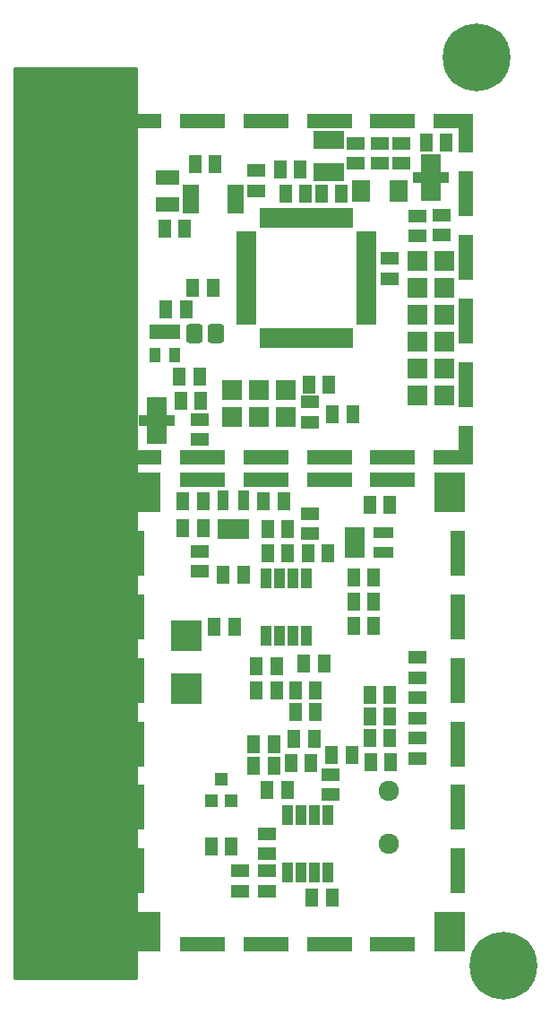
<source format=gbr>
G04 #@! TF.GenerationSoftware,KiCad,Pcbnew,(5.1.0-rc1-108-gb4c0af021)*
G04 #@! TF.CreationDate,2019-03-06T20:25:16+01:00
G04 #@! TF.ProjectId,SPACEDOS01B_PCB01A,53504143-4544-44f5-9330-31425f504342,REV*
G04 #@! TF.SameCoordinates,Original*
G04 #@! TF.FileFunction,Soldermask,Top*
G04 #@! TF.FilePolarity,Negative*
%FSLAX46Y46*%
G04 Gerber Fmt 4.6, Leading zero omitted, Abs format (unit mm)*
G04 Created by KiCad (PCBNEW (5.1.0-rc1-108-gb4c0af021)) date 2019-03-06 20:25:16*
%MOMM*%
%LPD*%
G04 APERTURE LIST*
%ADD10C,1.924000*%
%ADD11R,1.289000X1.797000*%
%ADD12R,2.700000X1.400000*%
%ADD13R,4.200000X1.400000*%
%ADD14R,1.400000X2.700000*%
%ADD15R,1.400000X4.200000*%
%ADD16R,1.400000X1.400000*%
%ADD17R,1.797000X1.289000*%
%ADD18R,1.924000X1.924000*%
%ADD19R,2.899360X2.950160*%
%ADD20R,1.500000X0.650000*%
%ADD21R,2.940000X1.670000*%
%ADD22R,1.900000X1.700000*%
%ADD23R,3.400000X1.100000*%
%ADD24R,1.000000X1.950000*%
%ADD25R,2.950000X3.700000*%
%ADD26R,0.950000X1.900000*%
%ADD27R,1.900000X0.950000*%
%ADD28C,6.400000*%
%ADD29R,1.960000X1.050000*%
%ADD30R,1.050000X1.960000*%
%ADD31R,1.200000X1.300000*%
%ADD32R,1.299000X1.800000*%
%ADD33R,1.289000X1.800000*%
%ADD34R,2.200000X1.400000*%
%ADD35C,0.150000*%
%ADD36C,1.550000*%
%ADD37R,1.050000X1.460000*%
%ADD38R,1.700000X2.100000*%
%ADD39C,0.254000*%
G04 APERTURE END LIST*
D10*
X74250000Y21590000D03*
X74250000Y16590000D03*
D11*
X64516000Y77978000D03*
X66421000Y77978000D03*
X64008000Y80264000D03*
X65913000Y80264000D03*
D12*
X79884000Y84844000D03*
X79884000Y53044000D03*
D13*
X74634000Y84844000D03*
X74634000Y53044000D03*
X68634000Y84844000D03*
X68634000Y53044000D03*
X62634000Y84844000D03*
X62634000Y53044000D03*
X56634000Y84844000D03*
X56634000Y53044000D03*
D12*
X51384000Y84844000D03*
X51384000Y53044000D03*
D14*
X81534000Y83194000D03*
X49734000Y83194000D03*
D15*
X81534000Y77944000D03*
X49734000Y77944000D03*
X81534000Y71944000D03*
X49734000Y71944000D03*
X81534000Y65944000D03*
X49734000Y65944000D03*
X81534000Y59944000D03*
X49734000Y59944000D03*
D14*
X81534000Y54694000D03*
X49734000Y54694000D03*
D16*
X81534000Y53044000D03*
X81534000Y84844000D03*
X49734000Y84844000D03*
X49734000Y53044000D03*
D17*
X79248000Y74041000D03*
X79248000Y75946000D03*
D18*
X79502000Y66548000D03*
X76962000Y66548000D03*
X79502000Y69088000D03*
X76962000Y69088000D03*
X79502000Y71628000D03*
X76962000Y71628000D03*
X79502000Y61468000D03*
X76962000Y58928000D03*
X76962000Y61468000D03*
X79502000Y58928000D03*
X76962000Y64008000D03*
X79502000Y64008000D03*
D19*
X55124700Y36250860D03*
X55124700Y31201340D03*
D17*
X66808700Y45854600D03*
X66808700Y47759600D03*
D20*
X59808000Y78470000D03*
X59808000Y77970000D03*
X59808000Y77470000D03*
X59808000Y76970000D03*
X59808000Y76470000D03*
X55508000Y76470000D03*
X55508000Y76970000D03*
X55508000Y77470000D03*
X55508000Y77970000D03*
X55508000Y78470000D03*
D21*
X68580000Y80010000D03*
X68580000Y83058000D03*
D22*
X78232000Y80852000D03*
D23*
X78232000Y79502000D03*
D22*
X78232000Y78152000D03*
X52324000Y55212000D03*
D23*
X52324000Y56562000D03*
D22*
X52324000Y57912000D03*
D11*
X66618200Y44013100D03*
X68523200Y44013100D03*
X62427200Y48966100D03*
X64332200Y48966100D03*
X62808200Y46299100D03*
X64713200Y46299100D03*
X56712200Y48966100D03*
X54807200Y48966100D03*
X56712200Y46426100D03*
X54807200Y46426100D03*
D17*
X56394700Y44203600D03*
X56394700Y42298600D03*
D11*
X62808200Y44013100D03*
X64713200Y44013100D03*
X60522200Y41981100D03*
X58617200Y41981100D03*
D24*
X62617700Y41633100D03*
X63887700Y41633100D03*
X65157700Y41633100D03*
X66427700Y41633100D03*
X66427700Y36233100D03*
X65157700Y36233100D03*
X63887700Y36233100D03*
X62617700Y36233100D03*
D11*
X61728700Y33345100D03*
X63633700Y33345100D03*
X61728700Y31059100D03*
X63633700Y31059100D03*
X66237200Y33599100D03*
X68142200Y33599100D03*
X65411700Y31059100D03*
X67316700Y31059100D03*
X63405000Y25979100D03*
X61500000Y25979100D03*
X63405000Y24000000D03*
X61500000Y24000000D03*
X64649700Y21661100D03*
X62744700Y21661100D03*
X67316700Y29027100D03*
X65411700Y29027100D03*
X65284700Y26487100D03*
X67189700Y26487100D03*
X65000000Y24250000D03*
X66905000Y24250000D03*
X68840700Y25000000D03*
X70745700Y25000000D03*
D17*
X68750000Y23155000D03*
X68750000Y21250000D03*
D24*
X64649700Y19281100D03*
X65919700Y19281100D03*
X67189700Y19281100D03*
X68459700Y19281100D03*
X68459700Y13881100D03*
X67189700Y13881100D03*
X65919700Y13881100D03*
X64649700Y13881100D03*
D11*
X59379200Y16327100D03*
X57474200Y16327100D03*
D17*
X62744700Y17533600D03*
X62744700Y15628600D03*
X60204700Y14041100D03*
X60204700Y12136100D03*
X62744700Y14041100D03*
X62744700Y12136100D03*
D11*
X67000000Y11501100D03*
X68905000Y11501100D03*
X57785000Y37084000D03*
X59690000Y37084000D03*
D18*
X59448700Y56934100D03*
X59448700Y59474100D03*
X61988700Y56934100D03*
X61988700Y59474100D03*
X64528700Y56934100D03*
X64528700Y59474100D03*
D11*
X70936200Y41727100D03*
X72841200Y41727100D03*
X70936200Y39441100D03*
X72841200Y39441100D03*
X70936200Y37155100D03*
X72841200Y37155100D03*
D15*
X80785000Y44034000D03*
X80785000Y38034000D03*
X80785000Y32034000D03*
X80785000Y26034000D03*
X80785000Y20034000D03*
X80785000Y14034000D03*
X50485000Y44034000D03*
X50485000Y38034000D03*
X50485000Y32034000D03*
X50485000Y26034000D03*
X50485000Y20034000D03*
X50485000Y14034000D03*
D25*
X80010000Y49784000D03*
X80010000Y8284000D03*
X51260000Y49784000D03*
X51260000Y8284000D03*
D13*
X56635000Y7134000D03*
X62635000Y7134000D03*
X68635000Y7134000D03*
X74635000Y7134000D03*
X56635000Y50934000D03*
X62635000Y50934000D03*
X68635000Y50934000D03*
X74635000Y50934000D03*
D26*
X62466700Y64319100D03*
X63266700Y64319100D03*
X64066700Y64319100D03*
X64866700Y64319100D03*
X65666700Y64319100D03*
X66466700Y64319100D03*
X67266700Y64319100D03*
X68066700Y64319100D03*
X68866700Y64319100D03*
X69666700Y64319100D03*
X70466700Y64319100D03*
D27*
X72166700Y66019100D03*
X72166700Y66819100D03*
X72166700Y67619100D03*
X72166700Y68419100D03*
X72166700Y69219100D03*
X72166700Y70019100D03*
X72166700Y70819100D03*
X72166700Y71619100D03*
X72166700Y72419100D03*
X72166700Y73219100D03*
X72166700Y74019100D03*
D26*
X70466700Y75719100D03*
X69666700Y75719100D03*
X68866700Y75719100D03*
X68066700Y75719100D03*
X67266700Y75719100D03*
X66466700Y75719100D03*
X65666700Y75719100D03*
X64866700Y75719100D03*
X64066700Y75719100D03*
X63266700Y75719100D03*
X62466700Y75719100D03*
D27*
X60766700Y74019100D03*
X60766700Y73219100D03*
X60766700Y72419100D03*
X60766700Y71619100D03*
X60766700Y70819100D03*
X60766700Y70019100D03*
X60766700Y69219100D03*
X60766700Y68419100D03*
X60766700Y67619100D03*
X60766700Y66819100D03*
X60766700Y66019100D03*
D11*
X72529700Y24295100D03*
X74434700Y24295100D03*
D28*
X44450000Y77890000D03*
X85090000Y5080000D03*
X44450000Y23000000D03*
D29*
X71046700Y45979100D03*
X71046700Y45029100D03*
X71046700Y44079100D03*
X73746700Y44079100D03*
X73746700Y45979100D03*
D30*
X58619700Y49046100D03*
X60519700Y49046100D03*
X60519700Y46346100D03*
X59569700Y46346100D03*
X58619700Y46346100D03*
D31*
X58426700Y22677100D03*
X59376700Y20677100D03*
X57476700Y20677100D03*
D32*
X72460200Y48585100D03*
D33*
X74365200Y48585100D03*
D17*
X75438000Y80835500D03*
X75438000Y82740500D03*
X73406000Y82740500D03*
X73406000Y80835500D03*
X71120000Y80835500D03*
X71120000Y82740500D03*
D11*
X67881500Y77978000D03*
X69786500Y77978000D03*
X66687700Y59982100D03*
X68592700Y59982100D03*
X55753000Y69088000D03*
X57658000Y69088000D03*
D17*
X74307700Y71856600D03*
X74307700Y69951600D03*
D11*
X70866000Y57150000D03*
X68961000Y57150000D03*
X57848500Y80772000D03*
X55943500Y80772000D03*
D28*
X82550000Y90810000D03*
D17*
X61722000Y78232000D03*
X61722000Y80137000D03*
D11*
X54991000Y74676000D03*
X53086000Y74676000D03*
D17*
X66814700Y56426100D03*
X66814700Y58331100D03*
D34*
X53340000Y76962000D03*
X53340000Y79462000D03*
D11*
X72466200Y30645100D03*
X74371200Y30645100D03*
X74371200Y28613100D03*
X72466200Y28613100D03*
X55118000Y67056000D03*
X53213000Y67056000D03*
X54483000Y60706000D03*
X56388000Y60706000D03*
X56515000Y58420000D03*
X54610000Y58420000D03*
D17*
X56388000Y56642000D03*
X56388000Y54737000D03*
X76974700Y34201100D03*
X76974700Y32296100D03*
X76974700Y28486100D03*
X76974700Y30391100D03*
X76974700Y24676100D03*
X76974700Y26581100D03*
D35*
G36*
X58401071Y65668377D02*
G01*
X58433781Y65663525D01*
X58465857Y65655491D01*
X58496991Y65644351D01*
X58526884Y65630213D01*
X58555247Y65613213D01*
X58581807Y65593515D01*
X58606308Y65571308D01*
X58628515Y65546807D01*
X58648213Y65520247D01*
X58665213Y65491884D01*
X58679351Y65461991D01*
X58690491Y65430857D01*
X58698525Y65398781D01*
X58703377Y65366071D01*
X58705000Y65333044D01*
X58705000Y64206956D01*
X58703377Y64173929D01*
X58698525Y64141219D01*
X58690491Y64109143D01*
X58679351Y64078009D01*
X58665213Y64048116D01*
X58648213Y64019753D01*
X58628515Y63993193D01*
X58606308Y63968692D01*
X58581807Y63946485D01*
X58555247Y63926787D01*
X58526884Y63909787D01*
X58496991Y63895649D01*
X58465857Y63884509D01*
X58433781Y63876475D01*
X58401071Y63871623D01*
X58368044Y63870000D01*
X57491956Y63870000D01*
X57458929Y63871623D01*
X57426219Y63876475D01*
X57394143Y63884509D01*
X57363009Y63895649D01*
X57333116Y63909787D01*
X57304753Y63926787D01*
X57278193Y63946485D01*
X57253692Y63968692D01*
X57231485Y63993193D01*
X57211787Y64019753D01*
X57194787Y64048116D01*
X57180649Y64078009D01*
X57169509Y64109143D01*
X57161475Y64141219D01*
X57156623Y64173929D01*
X57155000Y64206956D01*
X57155000Y65333044D01*
X57156623Y65366071D01*
X57161475Y65398781D01*
X57169509Y65430857D01*
X57180649Y65461991D01*
X57194787Y65491884D01*
X57211787Y65520247D01*
X57231485Y65546807D01*
X57253692Y65571308D01*
X57278193Y65593515D01*
X57304753Y65613213D01*
X57333116Y65630213D01*
X57363009Y65644351D01*
X57394143Y65655491D01*
X57426219Y65663525D01*
X57458929Y65668377D01*
X57491956Y65670000D01*
X58368044Y65670000D01*
X58401071Y65668377D01*
X58401071Y65668377D01*
G37*
D36*
X57930000Y64770000D03*
D35*
G36*
X56351071Y65668377D02*
G01*
X56383781Y65663525D01*
X56415857Y65655491D01*
X56446991Y65644351D01*
X56476884Y65630213D01*
X56505247Y65613213D01*
X56531807Y65593515D01*
X56556308Y65571308D01*
X56578515Y65546807D01*
X56598213Y65520247D01*
X56615213Y65491884D01*
X56629351Y65461991D01*
X56640491Y65430857D01*
X56648525Y65398781D01*
X56653377Y65366071D01*
X56655000Y65333044D01*
X56655000Y64206956D01*
X56653377Y64173929D01*
X56648525Y64141219D01*
X56640491Y64109143D01*
X56629351Y64078009D01*
X56615213Y64048116D01*
X56598213Y64019753D01*
X56578515Y63993193D01*
X56556308Y63968692D01*
X56531807Y63946485D01*
X56505247Y63926787D01*
X56476884Y63909787D01*
X56446991Y63895649D01*
X56415857Y63884509D01*
X56383781Y63876475D01*
X56351071Y63871623D01*
X56318044Y63870000D01*
X55441956Y63870000D01*
X55408929Y63871623D01*
X55376219Y63876475D01*
X55344143Y63884509D01*
X55313009Y63895649D01*
X55283116Y63909787D01*
X55254753Y63926787D01*
X55228193Y63946485D01*
X55203692Y63968692D01*
X55181485Y63993193D01*
X55161787Y64019753D01*
X55144787Y64048116D01*
X55130649Y64078009D01*
X55119509Y64109143D01*
X55111475Y64141219D01*
X55106623Y64173929D01*
X55105000Y64206956D01*
X55105000Y65333044D01*
X55106623Y65366071D01*
X55111475Y65398781D01*
X55119509Y65430857D01*
X55130649Y65461991D01*
X55144787Y65491884D01*
X55161787Y65520247D01*
X55181485Y65546807D01*
X55203692Y65571308D01*
X55228193Y65593515D01*
X55254753Y65613213D01*
X55283116Y65630213D01*
X55313009Y65644351D01*
X55344143Y65655491D01*
X55376219Y65663525D01*
X55408929Y65668377D01*
X55441956Y65670000D01*
X56318044Y65670000D01*
X56351071Y65668377D01*
X56351071Y65668377D01*
G37*
D36*
X55880000Y64770000D03*
D37*
X54048700Y64938000D03*
X53098700Y64938000D03*
X52148700Y64938000D03*
X52148700Y62738000D03*
X54048700Y62738000D03*
D11*
X72466200Y26581100D03*
X74371200Y26581100D03*
X79692500Y82804000D03*
X77787500Y82804000D03*
D38*
X75156000Y78232000D03*
X71656000Y78232000D03*
D17*
X76962000Y73977500D03*
X76962000Y75882500D03*
D39*
G36*
X50373000Y3877000D02*
G01*
X38877000Y3877000D01*
X38877000Y89873000D01*
X50373000Y89873000D01*
X50373000Y3877000D01*
X50373000Y3877000D01*
G37*
X50373000Y3877000D02*
X38877000Y3877000D01*
X38877000Y89873000D01*
X50373000Y89873000D01*
X50373000Y3877000D01*
M02*

</source>
